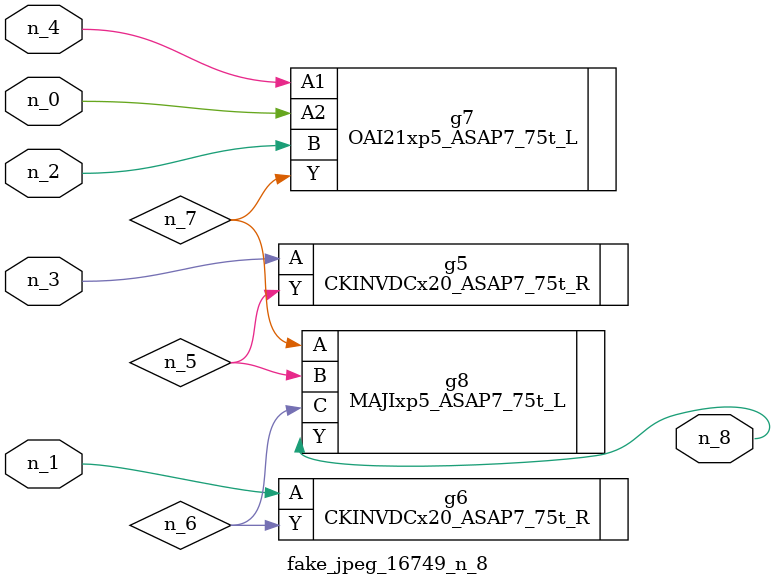
<source format=v>
module fake_jpeg_16749_n_8 (n_3, n_2, n_1, n_0, n_4, n_8);

input n_3;
input n_2;
input n_1;
input n_0;
input n_4;

output n_8;

wire n_6;
wire n_5;
wire n_7;

CKINVDCx20_ASAP7_75t_R g5 ( 
.A(n_3),
.Y(n_5)
);

CKINVDCx20_ASAP7_75t_R g6 ( 
.A(n_1),
.Y(n_6)
);

OAI21xp5_ASAP7_75t_L g7 ( 
.A1(n_4),
.A2(n_0),
.B(n_2),
.Y(n_7)
);

MAJIxp5_ASAP7_75t_L g8 ( 
.A(n_7),
.B(n_5),
.C(n_6),
.Y(n_8)
);


endmodule
</source>
